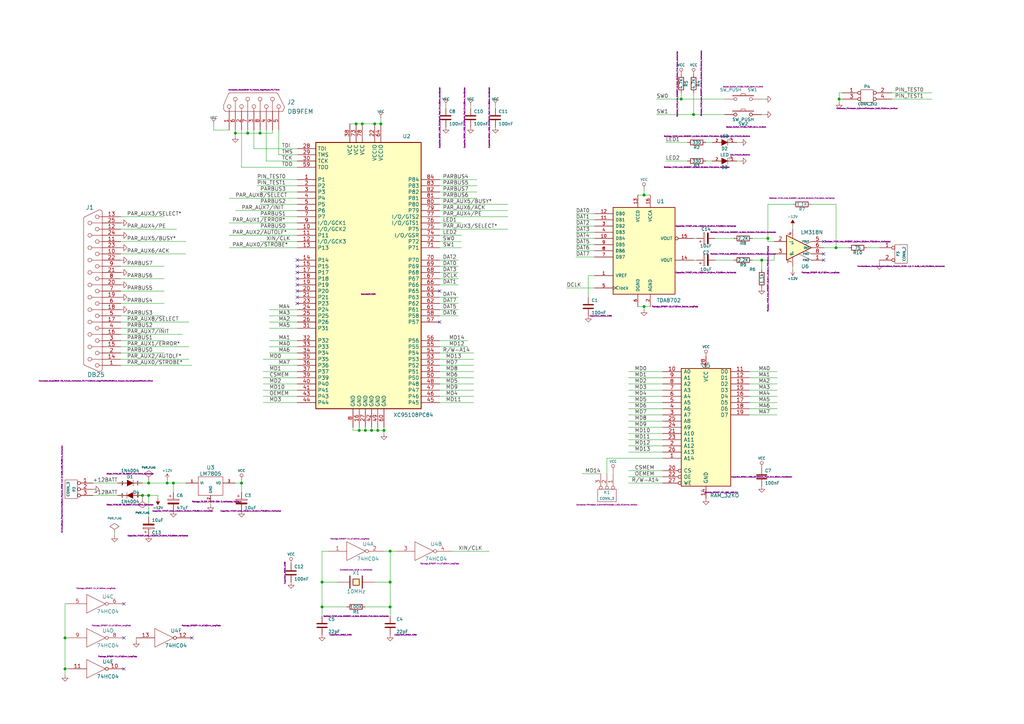
<source format=kicad_sch>
(kicad_sch (version 20210406) (generator eeschema)
  (paper "A3")
  (title_block (title "XC95108PC84 EXPERIMENTATION BOARD") (date "Sun 22 Mar 2015"))
  (junction (at 26.67 261.62) (diameter 1.016))
  (junction (at 26.67 274.32) (diameter 1.016))
  (junction (at 58.42 203.2) (diameter 1.016))
  (junction (at 60.96 198.12) (diameter 1.016))
  (junction (at 60.96 203.2) (diameter 1.016))
  (junction (at 68.58 198.12) (diameter 1.016))
  (junction (at 71.12 198.12) (diameter 1.016))
  (junction (at 96.52 54.61) (diameter 1.016))
  (junction (at 99.06 198.12) (diameter 1.016))
  (junction (at 101.6 54.61) (diameter 1.016))
  (junction (at 106.68 54.61) (diameter 1.016))
  (junction (at 132.08 238.76) (diameter 1.016))
  (junction (at 132.08 248.92) (diameter 1.016))
  (junction (at 146.05 50.8) (diameter 1.016))
  (junction (at 147.32 176.53) (diameter 1.016))
  (junction (at 148.59 50.8) (diameter 1.016))
  (junction (at 149.86 176.53) (diameter 1.016))
  (junction (at 152.4 176.53) (diameter 1.016))
  (junction (at 153.67 50.8) (diameter 1.016))
  (junction (at 154.94 176.53) (diameter 1.016))
  (junction (at 156.21 50.8) (diameter 1.016))
  (junction (at 157.48 176.53) (diameter 1.016))
  (junction (at 160.02 226.06) (diameter 1.016))
  (junction (at 160.02 238.76) (diameter 1.016))
  (junction (at 160.02 248.92) (diameter 1.016))
  (junction (at 264.16 80.01) (diameter 1.016))
  (junction (at 264.16 125.73) (diameter 1.016))
  (junction (at 279.4 40.64) (diameter 1.016))
  (junction (at 284.48 46.99) (diameter 1.016))
  (junction (at 312.42 106.68) (diameter 1.016))
  (junction (at 314.96 97.79) (diameter 1.016))
  (junction (at 342.9 101.6) (diameter 1.016))
  (junction (at 344.17 40.64) (diameter 1.016))
  (no_connect (at 50.8 247.65))
  (no_connect (at 50.8 261.62))
  (no_connect (at 50.8 274.32))
  (no_connect (at 78.74 261.62))
  (no_connect (at 121.92 106.68))
  (no_connect (at 121.92 109.22))
  (no_connect (at 121.92 111.76))
  (no_connect (at 121.92 114.3))
  (no_connect (at 121.92 116.84))
  (no_connect (at 121.92 119.38))
  (no_connect (at 121.92 121.92))
  (no_connect (at 121.92 124.46))
  (no_connect (at 180.34 119.38))
  (no_connect (at 180.34 132.08))
  (no_connect (at 337.82 99.06))
  (no_connect (at 337.82 104.14))
  (no_connect (at 337.82 106.68))
  (wire (pts (xy 26.67 247.65) (xy 26.67 261.62)))
  (wire (pts (xy 26.67 247.65) (xy 27.94 247.65)))
  (wire (pts (xy 26.67 261.62) (xy 26.67 274.32)))
  (wire (pts (xy 26.67 274.32) (xy 26.67 276.86)))
  (wire (pts (xy 26.67 274.32) (xy 27.94 274.32)))
  (wire (pts (xy 27.94 261.62) (xy 26.67 261.62)))
  (wire (pts (xy 38.1 198.12) (xy 48.26 198.12)))
  (wire (pts (xy 46.99 219.71) (xy 46.99 218.44)))
  (wire (pts (xy 48.26 203.2) (xy 38.1 203.2)))
  (wire (pts (xy 49.53 93.98) (xy 72.39 93.98)))
  (wire (pts (xy 49.53 99.06) (xy 76.2 99.06)))
  (wire (pts (xy 49.53 104.14) (xy 76.2 104.14)))
  (wire (pts (xy 49.53 132.08) (xy 77.47 132.08)))
  (wire (pts (xy 49.53 137.16) (xy 74.93 137.16)))
  (wire (pts (xy 49.53 142.24) (xy 77.47 142.24)))
  (wire (pts (xy 49.53 147.32) (xy 77.47 147.32)))
  (wire (pts (xy 49.53 149.86) (xy 78.74 149.86)))
  (wire (pts (xy 55.88 262.89) (xy 55.88 261.62)))
  (wire (pts (xy 58.42 198.12) (xy 60.96 198.12)))
  (wire (pts (xy 58.42 203.2) (xy 60.96 203.2)))
  (wire (pts (xy 58.42 204.47) (xy 58.42 203.2)))
  (wire (pts (xy 60.96 196.85) (xy 60.96 198.12)))
  (wire (pts (xy 60.96 198.12) (xy 68.58 198.12)))
  (wire (pts (xy 60.96 203.2) (xy 60.96 212.09)))
  (wire (pts (xy 60.96 203.2) (xy 64.77 203.2)))
  (wire (pts (xy 64.77 203.2) (xy 64.77 204.47)))
  (wire (pts (xy 67.31 88.9) (xy 49.53 88.9)))
  (wire (pts (xy 67.31 109.22) (xy 49.53 109.22)))
  (wire (pts (xy 67.31 114.3) (xy 49.53 114.3)))
  (wire (pts (xy 67.31 119.38) (xy 49.53 119.38)))
  (wire (pts (xy 67.31 124.46) (xy 49.53 124.46)))
  (wire (pts (xy 67.31 129.54) (xy 49.53 129.54)))
  (wire (pts (xy 67.31 134.62) (xy 49.53 134.62)))
  (wire (pts (xy 67.31 139.7) (xy 49.53 139.7)))
  (wire (pts (xy 67.31 144.78) (xy 49.53 144.78)))
  (wire (pts (xy 68.58 196.85) (xy 68.58 198.12)))
  (wire (pts (xy 68.58 198.12) (xy 71.12 198.12)))
  (wire (pts (xy 71.12 198.12) (xy 71.12 201.93)))
  (wire (pts (xy 71.12 198.12) (xy 76.2 198.12)))
  (wire (pts (xy 86.36 207.01) (xy 86.36 205.74)))
  (wire (pts (xy 87.63 53.34) (xy 87.63 50.8)))
  (wire (pts (xy 87.63 53.34) (xy 93.98 53.34)))
  (wire (pts (xy 93.98 81.28) (xy 121.92 81.28)))
  (wire (pts (xy 93.98 101.6) (xy 121.92 101.6)))
  (wire (pts (xy 96.52 53.34) (xy 96.52 54.61)))
  (wire (pts (xy 96.52 54.61) (xy 96.52 55.88)))
  (wire (pts (xy 96.52 54.61) (xy 101.6 54.61)))
  (wire (pts (xy 96.52 86.36) (xy 121.92 86.36)))
  (wire (pts (xy 99.06 53.34) (xy 99.06 68.58)))
  (wire (pts (xy 99.06 68.58) (xy 121.92 68.58)))
  (wire (pts (xy 99.06 196.85) (xy 99.06 198.12)))
  (wire (pts (xy 99.06 198.12) (xy 96.52 198.12)))
  (wire (pts (xy 99.06 198.12) (xy 99.06 201.93)))
  (wire (pts (xy 101.6 53.34) (xy 101.6 54.61)))
  (wire (pts (xy 101.6 54.61) (xy 106.68 54.61)))
  (wire (pts (xy 104.14 60.96) (xy 104.14 53.34)))
  (wire (pts (xy 105.41 73.66) (xy 121.92 73.66)))
  (wire (pts (xy 105.41 76.2) (xy 121.92 76.2)))
  (wire (pts (xy 106.68 54.61) (xy 106.68 53.34)))
  (wire (pts (xy 106.68 54.61) (xy 111.76 54.61)))
  (wire (pts (xy 106.68 99.06) (xy 121.92 99.06)))
  (wire (pts (xy 109.22 66.04) (xy 109.22 53.34)))
  (wire (pts (xy 110.49 127) (xy 121.92 127)))
  (wire (pts (xy 110.49 129.54) (xy 121.92 129.54)))
  (wire (pts (xy 110.49 132.08) (xy 121.92 132.08)))
  (wire (pts (xy 110.49 134.62) (xy 121.92 134.62)))
  (wire (pts (xy 110.49 139.7) (xy 121.92 139.7)))
  (wire (pts (xy 110.49 142.24) (xy 121.92 142.24)))
  (wire (pts (xy 110.49 144.78) (xy 121.92 144.78)))
  (wire (pts (xy 110.49 149.86) (xy 121.92 149.86)))
  (wire (pts (xy 111.76 54.61) (xy 111.76 53.34)))
  (wire (pts (xy 114.3 63.5) (xy 114.3 53.34)))
  (wire (pts (xy 121.92 60.96) (xy 104.14 60.96)))
  (wire (pts (xy 121.92 63.5) (xy 114.3 63.5)))
  (wire (pts (xy 121.92 66.04) (xy 109.22 66.04)))
  (wire (pts (xy 121.92 78.74) (xy 106.68 78.74)))
  (wire (pts (xy 121.92 83.82) (xy 106.68 83.82)))
  (wire (pts (xy 121.92 88.9) (xy 106.68 88.9)))
  (wire (pts (xy 121.92 91.44) (xy 93.98 91.44)))
  (wire (pts (xy 121.92 93.98) (xy 106.68 93.98)))
  (wire (pts (xy 121.92 96.52) (xy 93.98 96.52)))
  (wire (pts (xy 121.92 147.32) (xy 107.95 147.32)))
  (wire (pts (xy 121.92 152.4) (xy 107.95 152.4)))
  (wire (pts (xy 121.92 154.94) (xy 107.95 154.94)))
  (wire (pts (xy 121.92 157.48) (xy 107.95 157.48)))
  (wire (pts (xy 121.92 160.02) (xy 107.95 160.02)))
  (wire (pts (xy 121.92 162.56) (xy 107.95 162.56)))
  (wire (pts (xy 121.92 165.1) (xy 107.95 165.1)))
  (wire (pts (xy 132.08 226.06) (xy 132.08 238.76)))
  (wire (pts (xy 132.08 226.06) (xy 134.62 226.06)))
  (wire (pts (xy 132.08 238.76) (xy 132.08 248.92)))
  (wire (pts (xy 132.08 238.76) (xy 138.43 238.76)))
  (wire (pts (xy 132.08 248.92) (xy 132.08 252.73)))
  (wire (pts (xy 142.24 248.92) (xy 132.08 248.92)))
  (wire (pts (xy 143.51 50.8) (xy 146.05 50.8)))
  (wire (pts (xy 144.78 175.26) (xy 144.78 176.53)))
  (wire (pts (xy 144.78 176.53) (xy 147.32 176.53)))
  (wire (pts (xy 146.05 50.8) (xy 148.59 50.8)))
  (wire (pts (xy 147.32 175.26) (xy 147.32 176.53)))
  (wire (pts (xy 147.32 176.53) (xy 149.86 176.53)))
  (wire (pts (xy 148.59 50.8) (xy 153.67 50.8)))
  (wire (pts (xy 149.86 175.26) (xy 149.86 176.53)))
  (wire (pts (xy 149.86 176.53) (xy 152.4 176.53)))
  (wire (pts (xy 152.4 175.26) (xy 152.4 176.53)))
  (wire (pts (xy 152.4 176.53) (xy 154.94 176.53)))
  (wire (pts (xy 153.67 50.8) (xy 156.21 50.8)))
  (wire (pts (xy 153.67 238.76) (xy 160.02 238.76)))
  (wire (pts (xy 154.94 175.26) (xy 154.94 176.53)))
  (wire (pts (xy 154.94 176.53) (xy 157.48 176.53)))
  (wire (pts (xy 156.21 50.8) (xy 156.21 48.26)))
  (wire (pts (xy 157.48 175.26) (xy 157.48 176.53)))
  (wire (pts (xy 157.48 176.53) (xy 157.48 177.8)))
  (wire (pts (xy 157.48 226.06) (xy 160.02 226.06)))
  (wire (pts (xy 160.02 226.06) (xy 160.02 238.76)))
  (wire (pts (xy 160.02 226.06) (xy 162.56 226.06)))
  (wire (pts (xy 160.02 238.76) (xy 160.02 248.92)))
  (wire (pts (xy 160.02 248.92) (xy 149.86 248.92)))
  (wire (pts (xy 160.02 248.92) (xy 160.02 252.73)))
  (wire (pts (xy 180.34 83.82) (xy 208.28 83.82)))
  (wire (pts (xy 180.34 86.36) (xy 208.28 86.36)))
  (wire (pts (xy 180.34 88.9) (xy 208.28 88.9)))
  (wire (pts (xy 180.34 93.98) (xy 208.28 93.98)))
  (wire (pts (xy 182.88 44.45) (xy 182.88 43.18)))
  (wire (pts (xy 185.42 226.06) (xy 200.66 226.06)))
  (wire (pts (xy 187.96 106.68) (xy 180.34 106.68)))
  (wire (pts (xy 187.96 109.22) (xy 180.34 109.22)))
  (wire (pts (xy 187.96 111.76) (xy 180.34 111.76)))
  (wire (pts (xy 187.96 114.3) (xy 180.34 114.3)))
  (wire (pts (xy 187.96 116.84) (xy 180.34 116.84)))
  (wire (pts (xy 187.96 121.92) (xy 180.34 121.92)))
  (wire (pts (xy 187.96 124.46) (xy 180.34 124.46)))
  (wire (pts (xy 187.96 127) (xy 180.34 127)))
  (wire (pts (xy 187.96 129.54) (xy 180.34 129.54)))
  (wire (pts (xy 189.23 91.44) (xy 180.34 91.44)))
  (wire (pts (xy 189.23 96.52) (xy 180.34 96.52)))
  (wire (pts (xy 189.23 99.06) (xy 180.34 99.06)))
  (wire (pts (xy 189.23 101.6) (xy 180.34 101.6)))
  (wire (pts (xy 191.77 139.7) (xy 180.34 139.7)))
  (wire (pts (xy 191.77 142.24) (xy 180.34 142.24)))
  (wire (pts (xy 193.04 43.18) (xy 193.04 44.45)))
  (wire (pts (xy 194.31 144.78) (xy 180.34 144.78)))
  (wire (pts (xy 194.31 147.32) (xy 180.34 147.32)))
  (wire (pts (xy 194.31 149.86) (xy 180.34 149.86)))
  (wire (pts (xy 194.31 152.4) (xy 180.34 152.4)))
  (wire (pts (xy 194.31 154.94) (xy 180.34 154.94)))
  (wire (pts (xy 194.31 157.48) (xy 180.34 157.48)))
  (wire (pts (xy 194.31 160.02) (xy 180.34 160.02)))
  (wire (pts (xy 194.31 162.56) (xy 180.34 162.56)))
  (wire (pts (xy 194.31 165.1) (xy 180.34 165.1)))
  (wire (pts (xy 195.58 73.66) (xy 180.34 73.66)))
  (wire (pts (xy 195.58 76.2) (xy 180.34 76.2)))
  (wire (pts (xy 195.58 78.74) (xy 180.34 78.74)))
  (wire (pts (xy 195.58 81.28) (xy 180.34 81.28)))
  (wire (pts (xy 203.2 43.18) (xy 203.2 44.45)))
  (wire (pts (xy 241.3 113.03) (xy 241.3 121.92)))
  (wire (pts (xy 243.84 87.63) (xy 236.22 87.63)))
  (wire (pts (xy 243.84 90.17) (xy 236.22 90.17)))
  (wire (pts (xy 243.84 92.71) (xy 236.22 92.71)))
  (wire (pts (xy 243.84 95.25) (xy 236.22 95.25)))
  (wire (pts (xy 243.84 97.79) (xy 236.22 97.79)))
  (wire (pts (xy 243.84 100.33) (xy 236.22 100.33)))
  (wire (pts (xy 243.84 102.87) (xy 236.22 102.87)))
  (wire (pts (xy 243.84 105.41) (xy 236.22 105.41)))
  (wire (pts (xy 243.84 113.03) (xy 241.3 113.03)))
  (wire (pts (xy 243.84 118.11) (xy 232.41 118.11)))
  (wire (pts (xy 246.38 194.31) (xy 238.76 194.31)))
  (wire (pts (xy 248.92 187.96) (xy 248.92 194.31)))
  (wire (pts (xy 251.46 193.04) (xy 251.46 194.31)))
  (wire (pts (xy 261.62 80.01) (xy 264.16 80.01)))
  (wire (pts (xy 261.62 125.73) (xy 264.16 125.73)))
  (wire (pts (xy 264.16 80.01) (xy 264.16 77.47)))
  (wire (pts (xy 264.16 80.01) (xy 266.7 80.01)))
  (wire (pts (xy 264.16 125.73) (xy 266.7 125.73)))
  (wire (pts (xy 264.16 127) (xy 264.16 125.73)))
  (wire (pts (xy 269.24 40.64) (xy 279.4 40.64)))
  (wire (pts (xy 269.24 46.99) (xy 284.48 46.99)))
  (wire (pts (xy 271.78 152.4) (xy 257.81 152.4)))
  (wire (pts (xy 271.78 154.94) (xy 257.81 154.94)))
  (wire (pts (xy 271.78 157.48) (xy 257.81 157.48)))
  (wire (pts (xy 271.78 160.02) (xy 257.81 160.02)))
  (wire (pts (xy 271.78 162.56) (xy 257.81 162.56)))
  (wire (pts (xy 271.78 165.1) (xy 257.81 165.1)))
  (wire (pts (xy 271.78 167.64) (xy 257.81 167.64)))
  (wire (pts (xy 271.78 170.18) (xy 257.81 170.18)))
  (wire (pts (xy 271.78 172.72) (xy 257.81 172.72)))
  (wire (pts (xy 271.78 175.26) (xy 257.81 175.26)))
  (wire (pts (xy 271.78 177.8) (xy 257.81 177.8)))
  (wire (pts (xy 271.78 180.34) (xy 257.81 180.34)))
  (wire (pts (xy 271.78 182.88) (xy 257.81 182.88)))
  (wire (pts (xy 271.78 185.42) (xy 257.81 185.42)))
  (wire (pts (xy 271.78 187.96) (xy 248.92 187.96)))
  (wire (pts (xy 271.78 193.04) (xy 257.81 193.04)))
  (wire (pts (xy 271.78 195.58) (xy 257.81 195.58)))
  (wire (pts (xy 271.78 198.12) (xy 257.81 198.12)))
  (wire (pts (xy 279.4 38.1) (xy 279.4 40.64)))
  (wire (pts (xy 279.4 40.64) (xy 297.18 40.64)))
  (wire (pts (xy 281.94 58.42) (xy 273.05 58.42)))
  (wire (pts (xy 281.94 66.04) (xy 273.05 66.04)))
  (wire (pts (xy 284.48 46.99) (xy 284.48 38.1)))
  (wire (pts (xy 284.48 46.99) (xy 297.18 46.99)))
  (wire (pts (xy 285.75 97.79) (xy 284.48 97.79)))
  (wire (pts (xy 285.75 106.68) (xy 284.48 106.68)))
  (wire (pts (xy 292.1 58.42) (xy 289.56 58.42)))
  (wire (pts (xy 292.1 66.04) (xy 289.56 66.04)))
  (wire (pts (xy 293.37 97.79) (xy 300.99 97.79)))
  (wire (pts (xy 300.99 106.68) (xy 293.37 106.68)))
  (wire (pts (xy 302.26 58.42) (xy 303.53 58.42)))
  (wire (pts (xy 303.53 66.04) (xy 302.26 66.04)))
  (wire (pts (xy 307.34 152.4) (xy 318.77 152.4)))
  (wire (pts (xy 307.34 154.94) (xy 318.77 154.94)))
  (wire (pts (xy 307.34 157.48) (xy 318.77 157.48)))
  (wire (pts (xy 307.34 160.02) (xy 318.77 160.02)))
  (wire (pts (xy 307.34 162.56) (xy 318.77 162.56)))
  (wire (pts (xy 307.34 165.1) (xy 318.77 165.1)))
  (wire (pts (xy 307.34 167.64) (xy 318.77 167.64)))
  (wire (pts (xy 307.34 170.18) (xy 318.77 170.18)))
  (wire (pts (xy 308.61 97.79) (xy 314.96 97.79)))
  (wire (pts (xy 308.61 106.68) (xy 312.42 106.68)))
  (wire (pts (xy 312.42 46.99) (xy 313.69 46.99)))
  (wire (pts (xy 312.42 106.68) (xy 312.42 110.49)))
  (wire (pts (xy 312.42 106.68) (xy 317.5 106.68)))
  (wire (pts (xy 313.69 40.64) (xy 312.42 40.64)))
  (wire (pts (xy 314.96 83.82) (xy 314.96 97.79)))
  (wire (pts (xy 314.96 83.82) (xy 325.12 83.82)))
  (wire (pts (xy 314.96 97.79) (xy 314.96 99.06)))
  (wire (pts (xy 317.5 99.06) (xy 314.96 99.06)))
  (wire (pts (xy 317.5 106.68) (xy 317.5 104.14)))
  (wire (pts (xy 325.12 92.71) (xy 325.12 93.98)))
  (wire (pts (xy 325.12 110.49) (xy 325.12 109.22)))
  (wire (pts (xy 332.74 83.82) (xy 342.9 83.82)))
  (wire (pts (xy 337.82 101.6) (xy 342.9 101.6)))
  (wire (pts (xy 342.9 83.82) (xy 342.9 101.6)))
  (wire (pts (xy 342.9 101.6) (xy 347.98 101.6)))
  (wire (pts (xy 344.17 38.1) (xy 344.17 40.64)))
  (wire (pts (xy 344.17 38.1) (xy 345.44 38.1)))
  (wire (pts (xy 344.17 40.64) (xy 344.17 41.91)))
  (wire (pts (xy 345.44 40.64) (xy 344.17 40.64)))
  (wire (pts (xy 355.6 101.6) (xy 360.68 101.6)))
  (wire (pts (xy 360.68 107.95) (xy 360.68 106.68)))
  (wire (pts (xy 365.76 38.1) (xy 382.27 38.1)))
  (wire (pts (xy 365.76 40.64) (xy 382.27 40.64)))
  (label "+12BATT" (at 38.1 198.12 0) (effects (font (size 1.524 1.524))))
  (label "-12BATT" (at 38.1 203.2 0) (effects (font (size 1.524 1.524))))
  (label "PAR_AUX3/SELECT*" (at 52.07 88.9 0) (effects (font (size 1.524 1.524))))
  (label "PAR_AUX4/PE" (at 52.07 93.98 0) (effects (font (size 1.524 1.524))))
  (label "PAR_AUX5/BUSY*" (at 52.07 99.06 0) (effects (font (size 1.524 1.524))))
  (label "PAR_AUX6/ACK" (at 52.07 104.14 0) (effects (font (size 1.524 1.524))))
  (label "PARBUS7" (at 52.07 109.22 0) (effects (font (size 1.524 1.524))))
  (label "PARBUS6" (at 52.07 114.3 0) (effects (font (size 1.524 1.524))))
  (label "PARBUS5" (at 52.07 119.38 0) (effects (font (size 1.524 1.524))))
  (label "PARBUS4" (at 52.07 124.46 0) (effects (font (size 1.524 1.524))))
  (label "PARBUS3" (at 52.07 129.54 0) (effects (font (size 1.524 1.524))))
  (label "PAR_AUX8/SELECT" (at 52.07 132.08 0) (effects (font (size 1.524 1.524))))
  (label "PARBUS2" (at 52.07 134.62 0) (effects (font (size 1.524 1.524))))
  (label "PAR_AUX7/INIT" (at 52.07 137.16 0) (effects (font (size 1.524 1.524))))
  (label "PARBUS1" (at 52.07 139.7 0) (effects (font (size 1.524 1.524))))
  (label "PAR_AUX1/ERROR*" (at 52.07 142.24 0) (effects (font (size 1.524 1.524))))
  (label "PARBUS0" (at 52.07 144.78 0) (effects (font (size 1.524 1.524))))
  (label "PAR_AUX2/AUTOLF*" (at 52.07 147.32 0) (effects (font (size 1.524 1.524))))
  (label "PAR_AUX0/STROBE*" (at 52.07 149.86 0) (effects (font (size 1.524 1.524))))
  (label "PAR_AUX1/ERROR*" (at 95.25 91.44 0) (effects (font (size 1.524 1.524))))
  (label "PAR_AUX2/AUTOLF*" (at 95.25 96.52 0) (effects (font (size 1.524 1.524))))
  (label "PAR_AUX0/STROBE*" (at 95.25 101.6 0) (effects (font (size 1.524 1.524))))
  (label "PAR_AUX8/SELECT" (at 96.52 81.28 0) (effects (font (size 1.524 1.524))))
  (label "PAR_AUX7/INIT" (at 99.06 86.36 0) (effects (font (size 1.524 1.524))))
  (label "PIN_TEST0" (at 105.41 73.66 0) (effects (font (size 1.524 1.524))))
  (label "PIN_TEST1" (at 105.41 76.2 0) (effects (font (size 1.524 1.524))))
  (label "PARBUS3" (at 106.68 78.74 0) (effects (font (size 1.524 1.524))))
  (label "PARBUS2" (at 106.68 83.82 0) (effects (font (size 1.524 1.524))))
  (label "PARBUS1" (at 106.68 88.9 0) (effects (font (size 1.524 1.524))))
  (label "PARBUS0" (at 106.68 93.98 0) (effects (font (size 1.524 1.524))))
  (label "XIN/CLK" (at 109.22 99.06 0) (effects (font (size 1.524 1.524))))
  (label "MD0" (at 110.49 147.32 0) (effects (font (size 1.524 1.524))))
  (label "MD1" (at 110.49 152.4 0) (effects (font (size 1.524 1.524))))
  (label "CSMEM" (at 110.49 154.94 0) (effects (font (size 1.524 1.524))))
  (label "MD2" (at 110.49 157.48 0) (effects (font (size 1.524 1.524))))
  (label "MD10" (at 110.49 160.02 0) (effects (font (size 1.524 1.524))))
  (label "OEMEM" (at 110.49 162.56 0) (effects (font (size 1.524 1.524))))
  (label "MD3" (at 110.49 165.1 0) (effects (font (size 1.524 1.524))))
  (label "MA4" (at 114.3 127 0) (effects (font (size 1.524 1.524))))
  (label "MA3" (at 114.3 129.54 0) (effects (font (size 1.524 1.524))))
  (label "MA2" (at 114.3 132.08 0) (effects (font (size 1.524 1.524))))
  (label "MA5" (at 114.3 134.62 0) (effects (font (size 1.524 1.524))))
  (label "MA1" (at 114.3 139.7 0) (effects (font (size 1.524 1.524))))
  (label "MA0" (at 114.3 142.24 0) (effects (font (size 1.524 1.524))))
  (label "MA6" (at 114.3 144.78 0) (effects (font (size 1.524 1.524))))
  (label "MA7" (at 114.3 149.86 0) (effects (font (size 1.524 1.524))))
  (label "TDI" (at 115.57 60.96 0) (effects (font (size 1.524 1.524))))
  (label "TMS" (at 115.57 63.5 0) (effects (font (size 1.524 1.524))))
  (label "TCK" (at 115.57 66.04 0) (effects (font (size 1.524 1.524))))
  (label "TDO" (at 115.57 68.58 0) (effects (font (size 1.524 1.524))))
  (label "PARBUS4" (at 181.61 73.66 0) (effects (font (size 1.524 1.524))))
  (label "PARBUS5" (at 181.61 76.2 0) (effects (font (size 1.524 1.524))))
  (label "PARBUS7" (at 181.61 78.74 0) (effects (font (size 1.524 1.524))))
  (label "PARBUS6" (at 181.61 81.28 0) (effects (font (size 1.524 1.524))))
  (label "PAR_AUX5/BUSY*" (at 181.61 83.82 0) (effects (font (size 1.524 1.524))))
  (label "PAR_AUX6/ACK" (at 181.61 86.36 0) (effects (font (size 1.524 1.524))))
  (label "PAR_AUX4/PE" (at 181.61 88.9 0) (effects (font (size 1.524 1.524))))
  (label "LED1" (at 181.61 91.44 0) (effects (font (size 1.524 1.524))))
  (label "PAR_AUX3/SELECT*" (at 181.61 93.98 0) (effects (font (size 1.524 1.524))))
  (label "LED2" (at 181.61 96.52 0) (effects (font (size 1.524 1.524))))
  (label "SW0" (at 181.61 99.06 0) (effects (font (size 1.524 1.524))))
  (label "SW1" (at 181.61 101.6 0) (effects (font (size 1.524 1.524))))
  (label "DAT2" (at 181.61 106.68 0) (effects (font (size 1.524 1.524))))
  (label "DAT0" (at 181.61 109.22 0) (effects (font (size 1.524 1.524))))
  (label "DAT3" (at 181.61 111.76 0) (effects (font (size 1.524 1.524))))
  (label "DCLK" (at 181.61 114.3 0) (effects (font (size 1.524 1.524))))
  (label "DAT1" (at 181.61 116.84 0) (effects (font (size 1.524 1.524))))
  (label "DAT4" (at 181.61 121.92 0) (effects (font (size 1.524 1.524))))
  (label "DAT7" (at 181.61 124.46 0) (effects (font (size 1.524 1.524))))
  (label "DAT5" (at 181.61 127 0) (effects (font (size 1.524 1.524))))
  (label "DAT6" (at 181.61 129.54 0) (effects (font (size 1.524 1.524))))
  (label "R/W-A14" (at 181.61 144.78 0) (effects (font (size 1.524 1.524))))
  (label "MD13" (at 182.88 147.32 0) (effects (font (size 1.524 1.524))))
  (label "MD7" (at 182.88 149.86 0) (effects (font (size 1.524 1.524))))
  (label "MD8" (at 182.88 152.4 0) (effects (font (size 1.524 1.524))))
  (label "MD6" (at 182.88 154.94 0) (effects (font (size 1.524 1.524))))
  (label "MD5" (at 182.88 157.48 0) (effects (font (size 1.524 1.524))))
  (label "MD9" (at 182.88 160.02 0) (effects (font (size 1.524 1.524))))
  (label "MD4" (at 182.88 162.56 0) (effects (font (size 1.524 1.524))))
  (label "MD11" (at 182.88 165.1 0) (effects (font (size 1.524 1.524))))
  (label "MD14" (at 184.15 139.7 0) (effects (font (size 1.524 1.524))))
  (label "MD12" (at 184.15 142.24 0) (effects (font (size 1.524 1.524))))
  (label "XIN/CLK" (at 187.96 226.06 0) (effects (font (size 1.524 1.524))))
  (label "DCLK" (at 232.41 118.11 0) (effects (font (size 1.524 1.524))))
  (label "DAT0" (at 236.22 87.63 0) (effects (font (size 1.524 1.524))))
  (label "DAT1" (at 236.22 90.17 0) (effects (font (size 1.524 1.524))))
  (label "DAT2" (at 236.22 92.71 0) (effects (font (size 1.524 1.524))))
  (label "DAT3" (at 236.22 95.25 0) (effects (font (size 1.524 1.524))))
  (label "DAT4" (at 236.22 97.79 0) (effects (font (size 1.524 1.524))))
  (label "DAT5" (at 236.22 100.33 0) (effects (font (size 1.524 1.524))))
  (label "DAT6" (at 236.22 102.87 0) (effects (font (size 1.524 1.524))))
  (label "DAT7" (at 236.22 105.41 0) (effects (font (size 1.524 1.524))))
  (label "MD14" (at 240.03 194.31 0) (effects (font (size 1.524 1.524))))
  (label "R/W-A14" (at 259.08 198.12 0) (effects (font (size 1.524 1.524))))
  (label "MD0" (at 260.35 152.4 0) (effects (font (size 1.524 1.524))))
  (label "MD1" (at 260.35 154.94 0) (effects (font (size 1.524 1.524))))
  (label "MD2" (at 260.35 157.48 0) (effects (font (size 1.524 1.524))))
  (label "MD3" (at 260.35 160.02 0) (effects (font (size 1.524 1.524))))
  (label "MD4" (at 260.35 162.56 0) (effects (font (size 1.524 1.524))))
  (label "MD5" (at 260.35 165.1 0) (effects (font (size 1.524 1.524))))
  (label "MD6" (at 260.35 167.64 0) (effects (font (size 1.524 1.524))))
  (label "MD7" (at 260.35 170.18 0) (effects (font (size 1.524 1.524))))
  (label "MD8" (at 260.35 172.72 0) (effects (font (size 1.524 1.524))))
  (label "MD9" (at 260.35 175.26 0) (effects (font (size 1.524 1.524))))
  (label "MD10" (at 260.35 177.8 0) (effects (font (size 1.524 1.524))))
  (label "MD11" (at 260.35 180.34 0) (effects (font (size 1.524 1.524))))
  (label "MD12" (at 260.35 182.88 0) (effects (font (size 1.524 1.524))))
  (label "MD13" (at 260.35 185.42 0) (effects (font (size 1.524 1.524))))
  (label "CSMEM" (at 260.35 193.04 0) (effects (font (size 1.524 1.524))))
  (label "OEMEM" (at 260.35 195.58 0) (effects (font (size 1.524 1.524))))
  (label "SW0" (at 269.24 40.64 0) (effects (font (size 1.524 1.524))))
  (label "SW1" (at 269.24 46.99 0) (effects (font (size 1.524 1.524))))
  (label "LED1" (at 273.05 58.42 0) (effects (font (size 1.524 1.524))))
  (label "LED2" (at 273.05 66.04 0) (effects (font (size 1.524 1.524))))
  (label "MA0" (at 311.15 152.4 0) (effects (font (size 1.524 1.524))))
  (label "MA1" (at 311.15 154.94 0) (effects (font (size 1.524 1.524))))
  (label "MA2" (at 311.15 157.48 0) (effects (font (size 1.524 1.524))))
  (label "MA3" (at 311.15 160.02 0) (effects (font (size 1.524 1.524))))
  (label "MA4" (at 311.15 162.56 0) (effects (font (size 1.524 1.524))))
  (label "MA5" (at 311.15 165.1 0) (effects (font (size 1.524 1.524))))
  (label "MA6" (at 311.15 167.64 0) (effects (font (size 1.524 1.524))))
  (label "MA7" (at 311.15 170.18 0) (effects (font (size 1.524 1.524))))
  (label "PIN_TEST0" (at 367.03 38.1 0) (effects (font (size 1.524 1.524))))
  (label "PIN_TEST1" (at 367.03 40.64 0) (effects (font (size 1.524 1.524))))
  (symbol (lib_id "carte_test_schlib:VCC") (at 87.63 50.8 0) (unit 1)
    (property "Reference" "#PWR041" (effects hide))
    (property "Value" "VCC" (at 87.63 48.26 0) (effects (font (size 1.016 1.016))))
  )
  (symbol (lib_id "carte_test_schlib:VCC") (at 99.06 196.85 0) (unit 1)
    (property "Reference" "#PWR037" (effects hide))
    (property "Value" "VCC" (at 99.06 193.04 0) (effects (font (size 1.016 1.016))))
  )
  (symbol (lib_id "carte_test_schlib:VCC") (at 119.38 231.14 0) (unit 1)
    (property "Reference" "#PWR022" (effects hide))
    (property "Value" "VCC" (at 119.38 227.33 0) (effects (font (size 1.016 1.016))))
  )
  (symbol (lib_id "carte_test_schlib:VCC") (at 156.21 48.26 0) (unit 1)
    (property "Reference" "#PWR047" (effects hide))
    (property "Value" "VCC" (at 156.21 45.72 0) (effects (font (size 1.016 1.016))))
  )
  (symbol (lib_id "carte_test_schlib:VCC") (at 182.88 43.18 0) (unit 1)
    (property "Reference" "#PWR027" (effects hide))
    (property "Value" "VCC" (at 182.88 40.64 0) (effects (font (size 1.016 1.016))))
  )
  (symbol (lib_id "carte_test_schlib:VCC") (at 193.04 43.18 0) (unit 1)
    (property "Reference" "#PWR026" (effects hide))
    (property "Value" "VCC" (at 193.04 40.64 0) (effects (font (size 1.016 1.016))))
  )
  (symbol (lib_id "carte_test_schlib:VCC") (at 203.2 43.18 0) (unit 1)
    (property "Reference" "#PWR025" (effects hide))
    (property "Value" "VCC" (at 203.2 40.64 0) (effects (font (size 1.016 1.016))))
  )
  (symbol (lib_id "carte_test_schlib:VCC") (at 251.46 193.04 0) (unit 1)
    (property "Reference" "#PWR029" (effects hide))
    (property "Value" "VCC" (at 251.46 189.23 0) (effects (font (size 1.016 1.016))))
  )
  (symbol (lib_id "carte_test_schlib:VCC") (at 264.16 77.47 0) (unit 1)
    (property "Reference" "#PWR046" (effects hide))
    (property "Value" "VCC" (at 264.16 73.66 0) (effects (font (size 1.016 1.016))))
  )
  (symbol (lib_id "carte_test_schlib:VCC") (at 279.4 30.48 0) (unit 1)
    (property "Reference" "#PWR015" (effects hide))
    (property "Value" "VCC" (at 279.4 26.67 0) (effects (font (size 1.016 1.016))))
  )
  (symbol (lib_id "carte_test_schlib:VCC") (at 284.48 30.48 0) (unit 1)
    (property "Reference" "#PWR014" (effects hide))
    (property "Value" "VCC" (at 284.48 26.67 0) (effects (font (size 1.016 1.016))))
  )
  (symbol (lib_id "carte_test_schlib:VCC") (at 289.56 146.05 0) (unit 1)
    (property "Reference" "#PWR02" (effects hide))
    (property "Value" "VCC" (at 289.56 142.24 0) (effects (font (size 1.016 1.016))))
  )
  (symbol (lib_id "carte_test_schlib:VCC") (at 312.42 191.77 0) (unit 1)
    (property "Reference" "#PWR024" (effects hide))
    (property "Value" "VCC" (at 312.42 187.96 0) (effects (font (size 1.016 1.016))))
  )
  (symbol (lib_id "carte_test_schlib:-12V") (at 64.77 204.47 0) (mirror x) (unit 1)
    (property "Reference" "#PWR139" (effects hide))
    (property "Value" "-12V" (at 64.77 208.28 0) (effects (font (size 1.016 1.016))))
  )
  (symbol (lib_id "carte_test_schlib:+12V") (at 68.58 196.85 0) (unit 1)
    (property "Reference" "#PWR05" (effects hide))
    (property "Value" "+12V" (at 68.58 193.04 0) (effects (font (size 1.016 1.016))))
  )
  (symbol (lib_id "carte_test_schlib:-12V") (at 325.12 92.71 0) (unit 1)
    (property "Reference" "#PWR118" (effects hide))
    (property "Value" "-12V" (at 325.12 88.9 0) (effects (font (size 1.016 1.016))))
  )
  (symbol (lib_id "carte_test_schlib:+12V") (at 325.12 110.49 0) (mirror x) (unit 1)
    (property "Reference" "#PWR04" (effects hide))
    (property "Value" "+12V" (at 325.12 114.3 0) (effects (font (size 1.016 1.016))))
  )
  (symbol (lib_id "carte_test_schlib:GND") (at 26.67 276.86 0) (unit 1)
    (property "Reference" "#PWR031" (effects hide))
    (property "Value" "GND" (effects hide))
  )
  (symbol (lib_id "carte_test_schlib:GND") (at 38.1 200.66 90) (unit 1)
    (property "Reference" "#PWR036" (effects hide))
    (property "Value" "GND" (effects hide))
  )
  (symbol (lib_id "carte_test_schlib:GND") (at 46.99 219.71 0) (unit 1)
    (property "Reference" "#PWR033" (effects hide))
    (property "Value" "GND" (effects hide))
  )
  (symbol (lib_id "carte_test_schlib:GND") (at 49.53 91.44 90) (unit 1)
    (property "Reference" "#PWR028" (effects hide))
    (property "Value" "GND" (effects hide))
  )
  (symbol (lib_id "carte_test_schlib:GND") (at 49.53 96.52 90) (unit 1)
    (property "Reference" "#PWR013" (effects hide))
    (property "Value" "GND" (effects hide))
  )
  (symbol (lib_id "carte_test_schlib:GND") (at 49.53 101.6 90) (unit 1)
    (property "Reference" "#PWR012" (effects hide))
    (property "Value" "GND" (effects hide))
  )
  (symbol (lib_id "carte_test_schlib:GND") (at 49.53 106.68 90) (unit 1)
    (property "Reference" "#PWR011" (effects hide))
    (property "Value" "GND" (effects hide))
  )
  (symbol (lib_id "carte_test_schlib:GND") (at 49.53 111.76 90) (unit 1)
    (property "Reference" "#PWR010" (effects hide))
    (property "Value" "GND" (effects hide))
  )
  (symbol (lib_id "carte_test_schlib:GND") (at 49.53 116.84 90) (unit 1)
    (property "Reference" "#PWR018" (effects hide))
    (property "Value" "GND" (effects hide))
  )
  (symbol (lib_id "carte_test_schlib:GND") (at 49.53 121.92 90) (unit 1)
    (property "Reference" "#PWR09" (effects hide))
    (property "Value" "GND" (effects hide))
  )
  (symbol (lib_id "carte_test_schlib:GND") (at 49.53 127 90) (unit 1)
    (property "Reference" "#PWR08" (effects hide))
    (property "Value" "GND" (effects hide))
  )
  (symbol (lib_id "carte_test_schlib:GND") (at 55.88 262.89 0) (unit 1)
    (property "Reference" "#PWR030" (effects hide))
    (property "Value" "GND" (effects hide))
  )
  (symbol (lib_id "carte_test_schlib:GND") (at 60.96 219.71 0) (unit 1)
    (property "Reference" "#PWR03" (effects hide))
    (property "Value" "GND" (effects hide))
  )
  (symbol (lib_id "carte_test_schlib:GND") (at 71.12 209.55 0) (unit 1)
    (property "Reference" "#PWR035" (effects hide))
    (property "Value" "GND" (effects hide))
  )
  (symbol (lib_id "carte_test_schlib:GND") (at 86.36 207.01 0) (unit 1)
    (property "Reference" "#PWR038" (effects hide))
    (property "Value" "GND" (effects hide))
  )
  (symbol (lib_id "carte_test_schlib:GND") (at 96.52 55.88 0) (unit 1)
    (property "Reference" "#PWR040" (effects hide))
    (property "Value" "GND" (effects hide))
  )
  (symbol (lib_id "carte_test_schlib:GND") (at 99.06 209.55 0) (unit 1)
    (property "Reference" "#PWR042" (effects hide))
    (property "Value" "GND" (effects hide))
  )
  (symbol (lib_id "carte_test_schlib:GND") (at 119.38 238.76 0) (unit 1)
    (property "Reference" "#PWR021" (effects hide))
    (property "Value" "GND" (effects hide))
  )
  (symbol (lib_id "carte_test_schlib:GND") (at 132.08 260.35 0) (unit 1)
    (property "Reference" "#PWR048" (effects hide))
    (property "Value" "GND" (effects hide))
  )
  (symbol (lib_id "carte_test_schlib:GND") (at 157.48 177.8 0) (unit 1)
    (property "Reference" "#PWR045" (effects hide))
    (property "Value" "GND" (effects hide))
  )
  (symbol (lib_id "carte_test_schlib:GND") (at 160.02 260.35 0) (unit 1)
    (property "Reference" "#PWR039" (effects hide))
    (property "Value" "GND" (effects hide))
  )
  (symbol (lib_id "carte_test_schlib:GND") (at 182.88 52.07 0) (unit 1)
    (property "Reference" "#PWR049" (effects hide))
    (property "Value" "GND" (effects hide))
  )
  (symbol (lib_id "carte_test_schlib:GND") (at 193.04 52.07 0) (unit 1)
    (property "Reference" "#PWR050" (effects hide))
    (property "Value" "GND" (effects hide))
  )
  (symbol (lib_id "carte_test_schlib:GND") (at 203.2 52.07 0) (unit 1)
    (property "Reference" "#PWR051" (effects hide))
    (property "Value" "GND" (effects hide))
  )
  (symbol (lib_id "carte_test_schlib:GND") (at 241.3 129.54 0) (unit 1)
    (property "Reference" "#PWR043" (effects hide))
    (property "Value" "GND" (effects hide))
  )
  (symbol (lib_id "carte_test_schlib:GND") (at 264.16 127 0) (unit 1)
    (property "Reference" "#PWR044" (effects hide))
    (property "Value" "GND" (effects hide))
  )
  (symbol (lib_id "carte_test_schlib:GND") (at 289.56 204.47 0) (unit 1)
    (property "Reference" "#PWR01" (effects hide))
    (property "Value" "GND" (effects hide))
  )
  (symbol (lib_id "carte_test_schlib:GND") (at 303.53 58.42 90) (unit 1)
    (property "Reference" "#PWR020" (effects hide))
    (property "Value" "GND" (effects hide))
  )
  (symbol (lib_id "carte_test_schlib:GND") (at 303.53 66.04 90) (unit 1)
    (property "Reference" "#PWR019" (effects hide))
    (property "Value" "GND" (effects hide))
  )
  (symbol (lib_id "carte_test_schlib:GND") (at 312.42 118.11 0) (unit 1)
    (property "Reference" "#PWR06" (effects hide))
    (property "Value" "GND" (effects hide))
  )
  (symbol (lib_id "carte_test_schlib:GND") (at 312.42 199.39 0) (unit 1)
    (property "Reference" "#PWR023" (effects hide))
    (property "Value" "GND" (effects hide))
  )
  (symbol (lib_id "carte_test_schlib:GND") (at 313.69 40.64 90) (unit 1)
    (property "Reference" "#PWR017" (effects hide))
    (property "Value" "GND" (effects hide))
  )
  (symbol (lib_id "carte_test_schlib:GND") (at 313.69 46.99 90) (unit 1)
    (property "Reference" "#PWR016" (effects hide))
    (property "Value" "GND" (effects hide))
  )
  (symbol (lib_id "carte_test_schlib:GND") (at 344.17 41.91 0) (unit 1)
    (property "Reference" "#PWR07" (effects hide))
    (property "Value" "GND" (effects hide))
  )
  (symbol (lib_id "carte_test_schlib:GND") (at 360.68 107.95 0) (unit 1)
    (property "Reference" "#PWR034" (effects hide))
    (property "Value" "GND" (effects hide))
  )
  (symbol (lib_id "carte_test_schlib:PWR_FLAG") (at 46.99 218.44 0) (unit 1)
    (property "Reference" "#FLG032" (effects hide))
    (property "Value" "PWR_FLAG" (at 46.99 212.598 0) (effects (font (size 0.762 0.762))))
  )
  (symbol (lib_id "carte_test_schlib:PWR_FLAG") (at 58.42 204.47 0) (mirror x) (unit 1)
    (property "Reference" "#FLG02" (effects hide))
    (property "Value" "PWR_FLAG" (at 58.42 210.312 0) (effects (font (size 0.762 0.762))))
  )
  (symbol (lib_id "carte_test_schlib:PWR_FLAG") (at 60.96 196.85 0) (unit 1)
    (property "Reference" "#FLG01" (effects hide))
    (property "Value" "PWR_FLAG" (at 60.96 191.77 0) (effects (font (size 0.762 0.762))))
  )
  (symbol (lib_id "carte_test_schlib:R") (at 146.05 248.92 270) (unit 1)
    (property "Reference" "R1" (at 146.05 250.952 90))
    (property "Value" "100K" (at 146.05 248.92 90))
    (property "Footprint" "Resistor_THT:R_Axial_DIN0207_L6.3mm_D2.5mm_P10.16mm_Horizontal" (at 146.05 252.73 90) (effects (font (size 0.508 0.508))))
  )
  (symbol (lib_id "carte_test_schlib:R") (at 279.4 34.29 0) (unit 1)
    (property "Reference" "R5" (at 281.432 34.29 90))
    (property "Value" "4,7K" (at 279.4 34.29 90))
    (property "Footprint" "Resistor_THT:R_Axial_DIN0207_L6.3mm_D2.5mm_P10.16mm_Horizontal" (at 277.7744 34.4424 90) (effects (font (size 0.508 0.508))))
  )
  (symbol (lib_id "carte_test_schlib:R") (at 284.48 34.29 0) (unit 1)
    (property "Reference" "R4" (at 286.512 34.29 90))
    (property "Value" "4,7K" (at 284.48 34.29 90))
    (property "Footprint" "Resistor_THT:R_Axial_DIN0207_L6.3mm_D2.5mm_P10.16mm_Horizontal" (at 287.6296 34.1376 90) (effects (font (size 0.508 0.508))))
  )
  (symbol (lib_id "carte_test_schlib:R") (at 285.75 58.42 270) (unit 1)
    (property "Reference" "R2" (at 285.75 60.452 90))
    (property "Value" "330" (at 285.75 58.42 90))
    (property "Footprint" "Resistor_THT:R_Axial_DIN0207_L6.3mm_D2.5mm_P10.16mm_Horizontal" (at 285.75 55.88 90) (effects (font (size 0.508 0.508))))
  )
  (symbol (lib_id "carte_test_schlib:R") (at 285.75 66.04 270) (unit 1)
    (property "Reference" "R3" (at 285.75 68.072 90))
    (property "Value" "330" (at 285.75 66.04 90))
    (property "Footprint" "Resistor_THT:R_Axial_DIN0207_L6.3mm_D2.5mm_P10.16mm_Horizontal" (at 285.75 68.58 90) (effects (font (size 0.508 0.508))))
  )
  (symbol (lib_id "carte_test_schlib:R") (at 304.8 97.79 270) (unit 1)
    (property "Reference" "R8" (at 304.8 99.822 90))
    (property "Value" "2,2K" (at 304.8 97.79 90))
    (property "Footprint" "Resistor_THT:R_Axial_DIN0207_L6.3mm_D2.5mm_P10.16mm_Horizontal" (at 304.8 95.25 90) (effects (font (size 0.508 0.508))))
  )
  (symbol (lib_id "carte_test_schlib:R") (at 304.8 106.68 270) (unit 1)
    (property "Reference" "R9" (at 304.8 108.712 90))
    (property "Value" "2,2K" (at 304.8 106.68 90))
    (property "Footprint" "Resistor_THT:R_Axial_DIN0207_L6.3mm_D2.5mm_P10.16mm_Horizontal" (at 304.8 104.14 90) (effects (font (size 0.508 0.508))))
  )
  (symbol (lib_id "carte_test_schlib:R") (at 312.42 114.3 0) (unit 1)
    (property "Reference" "R6" (at 308.61 110.49 0))
    (property "Value" "1,1k" (at 312.42 114.3 90))
    (property "Footprint" "Resistor_THT:R_Axial_DIN0207_L6.3mm_D2.5mm_P10.16mm_Horizontal" (at 314.96 114.3 90) (effects (font (size 0.508 0.508))))
  )
  (symbol (lib_id "carte_test_schlib:R") (at 328.93 83.82 270) (unit 1)
    (property "Reference" "R7" (at 328.93 85.852 90))
    (property "Value" "1,1K" (at 328.93 83.82 90))
    (property "Footprint" "Resistor_THT:R_Axial_DIN0207_L6.3mm_D2.5mm_P10.16mm_Horizontal" (at 328.93 81.28 90) (effects (font (size 0.508 0.508))))
  )
  (symbol (lib_id "carte_test_schlib:R") (at 351.79 101.6 270) (unit 1)
    (property "Reference" "R10" (at 351.79 103.632 90))
    (property "Value" "75" (at 351.79 101.6 90))
    (property "Footprint" "Resistor_THT:R_Axial_DIN0207_L6.3mm_D2.5mm_P10.16mm_Horizontal" (at 351.79 99.06 90) (effects (font (size 0.508 0.508))))
  )
  (symbol (lib_id "carte_test_schlib:DIODE") (at 53.34 198.12 0) (unit 1)
    (property "Reference" "D1" (at 53.34 195.58 0))
    (property "Value" "1N4004" (at 53.34 193.04 0))
    (property "Footprint" "Diode_THT:D_DO-35_SOD27_P12.70mm_Horizontal" (at 53.34 194.31 0) (effects (font (size 0.508 0.508))))
  )
  (symbol (lib_id "carte_test_schlib:DIODE") (at 53.34 203.2 0) (mirror y) (unit 1)
    (property "Reference" "D4" (at 55.88 201.93 0))
    (property "Value" "1N4004" (at 53.34 205.7146 0))
    (property "Footprint" "Diode_THT:D_DO-35_SOD27_P12.70mm_Horizontal" (at 53.34 207.01 0) (effects (font (size 0.508 0.508))))
  )
  (symbol (lib_id "carte_test_schlib:LED") (at 297.18 58.42 180) (unit 1)
    (property "Reference" "D2" (at 297.18 60.96 0))
    (property "Value" "LED" (at 297.18 55.88 0))
    (property "Footprint" "LED_THT:LED_D5.0mm" (at 303.53 55.88 0) (effects (font (size 0.508 0.508))))
  )
  (symbol (lib_id "carte_test_schlib:LED") (at 297.18 66.04 180) (unit 1)
    (property "Reference" "D3" (at 297.18 68.58 0))
    (property "Value" "LED" (at 297.18 63.5 0))
    (property "Footprint" "LED_THT:LED_D5.0mm" (at 303.53 63.5 0) (effects (font (size 0.508 0.508))))
  )
  (symbol (lib_id "carte_test_schlib:CP") (at 60.96 215.9 0) (mirror x) (unit 1)
    (property "Reference" "C13" (at 62.23 218.44 0) (effects (justify left)))
    (property "Value" "10uF" (at 62.23 213.36 0) (effects (justify left)))
    (property "Footprint" "Capacitor_THT:CP_Axial_L10.0mm_D4.5mm_P15.00mm_Horizontal" (at 64.77 219.71 0) (effects (font (size 0.508 0.508))))
  )
  (symbol (lib_id "carte_test_schlib:CP") (at 71.12 205.74 0) (unit 1)
    (property "Reference" "C6" (at 72.39 203.2 0) (effects (justify left)))
    (property "Value" "47uF" (at 72.39 208.28 0) (effects (justify left)))
    (property "Footprint" "Capacitor_THT:CP_Axial_L10.0mm_D4.5mm_P15.00mm_Horizontal" (at 74.93 209.55 0) (effects (font (size 0.508 0.508))))
  )
  (symbol (lib_id "carte_test_schlib:CP") (at 99.06 205.74 0) (unit 1)
    (property "Reference" "C3" (at 100.33 203.2 0) (effects (justify left)))
    (property "Value" "10uF" (at 100.33 208.28 0) (effects (justify left)))
    (property "Footprint" "Capacitor_THT:CP_Axial_L10.0mm_D4.5mm_P15.00mm_Horizontal" (at 102.87 209.55 0) (effects (font (size 0.508 0.508))))
  )
  (symbol (lib_id "carte_test_schlib:C") (at 119.38 234.95 0) (unit 1)
    (property "Reference" "C12" (at 120.65 232.41 0) (effects (justify left)))
    (property "Value" "100nF" (at 120.65 237.49 0) (effects (justify left)))
    (property "Footprint" "Capacitors_SMD:C_1206" (at 116.84 234.95 90) (effects (font (size 0.508 0.508))))
  )
  (symbol (lib_id "carte_test_schlib:C") (at 132.08 256.54 0) (unit 1)
    (property "Reference" "C5" (at 134.62 254 0) (effects (justify left)))
    (property "Value" "22pF" (at 134.62 259.08 0) (effects (justify left)))
    (property "Footprint" "Capacitors_SMD:C_1206" (at 139.7 260.35 0) (effects (font (size 0.508 0.508))))
  )
  (symbol (lib_id "carte_test_schlib:C") (at 160.02 256.54 0) (unit 1)
    (property "Reference" "C4" (at 162.56 254 0) (effects (justify left)))
    (property "Value" "22pF" (at 162.56 259.08 0) (effects (justify left)))
    (property "Footprint" "Capacitors_SMD:C_1206" (at 166.37 260.35 0) (effects (font (size 0.508 0.508))))
  )
  (symbol (lib_id "carte_test_schlib:C") (at 182.88 48.26 0) (unit 1)
    (property "Reference" "C8" (at 184.15 45.72 0) (effects (justify left)))
    (property "Value" "100nF" (at 184.15 50.8 0) (effects (justify left)))
    (property "Footprint" "Capacitor_SMD:C_1206_3216Metric_Pad1.24x1.80mm_HandSolder" (at 180.34 48.26 90) (effects (font (size 0.508 0.508))))
  )
  (symbol (lib_id "carte_test_schlib:C") (at 193.04 48.26 0) (unit 1)
    (property "Reference" "C10" (at 194.31 45.72 0) (effects (justify left)))
    (property "Value" "100nF" (at 194.31 50.8 0) (effects (justify left)))
    (property "Footprint" "Capacitor_SMD:C_1206_3216Metric_Pad1.24x1.80mm_HandSolder" (at 190.5 48.26 90) (effects (font (size 0.508 0.508))))
  )
  (symbol (lib_id "carte_test_schlib:C") (at 203.2 48.26 0) (unit 1)
    (property "Reference" "C11" (at 204.47 45.72 0) (effects (justify left)))
    (property "Value" "100nF" (at 204.47 50.8 0) (effects (justify left)))
    (property "Footprint" "Capacitor_SMD:C_1206_3216Metric_Pad1.24x1.80mm_HandSolder" (at 200.66 48.26 90) (effects (font (size 0.508 0.508))))
  )
  (symbol (lib_id "carte_test_schlib:C") (at 241.3 125.73 0) (unit 1)
    (property "Reference" "C1" (at 242.57 123.19 0) (effects (justify left)))
    (property "Value" "100nF" (at 242.57 128.27 0) (effects (justify left)))
    (property "Footprint" "Capacitors_SMD:C_1206" (at 246.38 129.54 0) (effects (font (size 0.508 0.508))))
  )
  (symbol (lib_id "carte_test_schlib:CP") (at 289.56 97.79 90) (unit 1)
    (property "Reference" "C14" (at 289.56 93.98 90))
    (property "Value" "10uF" (at 289.56 101.6 90) (effects (justify top)))
    (property "Footprint" "Capacitor_THT:CP_Axial_L10.0mm_D4.5mm_P15.00mm_Horizontal" (at 289.56 92.71 90) (effects (font (size 0.508 0.508))))
  )
  (symbol (lib_id "carte_test_schlib:CP") (at 289.56 106.68 90) (unit 1)
    (property "Reference" "C2" (at 289.56 102.87 90) (effects (justify bottom)))
    (property "Value" "10uF" (at 289.56 110.49 90))
    (property "Footprint" "Capacitor_THT:CP_Axial_L10.0mm_D4.5mm_P15.00mm_Horizontal" (at 289.56 111.76 90) (effects (font (size 0.508 0.508))))
  )
  (symbol (lib_id "carte_test_schlib:C") (at 312.42 195.58 0) (unit 1)
    (property "Reference" "C7" (at 313.69 193.04 0) (effects (justify left)))
    (property "Value" "100nF" (at 313.69 198.12 0) (effects (justify left)))
    (property "Footprint" "Capacitor_SMD:C_1206_3216Metric_Pad1.24x1.80mm_HandSolder" (at 312.42 195.58 0) (effects (font (size 0.508 0.508))))
  )
  (symbol (lib_id "carte_test_schlib:SW_PUSH") (at 304.8 40.64 0) (unit 1)
    (property "Reference" "SW1" (at 308.61 36.83 0))
    (property "Value" "SW_PUSH" (at 299.72 36.83 0))
    (property "Footprint" "Button_Switch_THT:SW_PUSH_6mm_h4.3mm" (at 304.8 35.56 0) (effects (font (size 0.508 0.508))))
  )
  (symbol (lib_id "carte_test_schlib:SW_PUSH") (at 304.8 46.99 0) (unit 1)
    (property "Reference" "SW2" (at 304.8 50.8 0))
    (property "Value" "SW_PUSH" (at 304.8 49.022 0))
    (property "Footprint" "Button_Switch_THT:SW_PUSH_6mm_h4.3mm" (at 306.07 52.07 0) (effects (font (size 0.508 0.508))))
  )
  (symbol (lib_id "carte_test_schlib:CRYSTAL") (at 146.05 238.76 0) (unit 1)
    (property "Reference" "X1" (at 146.05 234.95 0) (effects (font (size 1.524 1.524))))
    (property "Value" "10MHz" (at 146.05 242.57 0) (effects (font (size 1.524 1.524))))
    (property "Footprint" "Crystal:Crystal_HC18-U_Horizontal" (at 146.05 233.68 0) (effects (font (size 0.508 0.508))))
  )
  (symbol (lib_id "carte_test_schlib:CONN_3") (at 29.21 200.66 0) (mirror y) (unit 1)
    (property "Reference" "P2" (at 30.4292 200.66 90) (effects (font (size 1.016 1.016))))
    (property "Value" "CONN_3" (at 27.94 200.66 90) (effects (font (size 1.016 1.016))))
    (property "Footprint" "TerminalBlock_Phoenix:TerminalBlock_Phoenix_MKDS-1,5-3-5.08_1x03_P5.08mm_Horizontal" (at 25.4 200.66 90) (effects (font (size 0.508 0.508))))
  )
  (symbol (lib_id "carte_test_schlib:CONN_3") (at 248.92 203.2 270) (unit 1)
    (property "Reference" "K1" (at 248.92 201.93 90))
    (property "Value" "CONN_3" (at 248.92 204.47 90) (effects (font (size 1.016 1.016))))
    (property "Footprint" "Connector_PinHeader_2.54mm:PinHeader_1x03_P2.54mm_Vertical" (at 248.92 207.01 90) (effects (font (size 0.508 0.508))))
  )
  (symbol (lib_id "carte_test_schlib:CONN_2") (at 369.57 104.14 0) (unit 1)
    (property "Reference" "P3" (at 368.3 104.14 90) (effects (font (size 1.016 1.016))))
    (property "Value" "CONN_2" (at 370.84 104.14 90) (effects (font (size 1.016 1.016))))
    (property "Footprint" "TerminalBlock_Phoenix:TerminalBlock_Phoenix_MKDS-1,5-2-5.08_1x02_P5.08mm_Horizontal" (at 369.57 109.22 0) (effects (font (size 0.508 0.508))))
  )
  (symbol (lib_id "carte_test_schlib:CONN_2X2") (at 355.6 39.37 0) (unit 1)
    (property "Reference" "P4" (at 355.6 35.56 0))
    (property "Value" "CONN_2X2" (at 355.854 42.672 0) (effects (font (size 1.016 1.016))))
    (property "Footprint" "Connector_PinHeader_2.54mm:PinHeader_2x02_P2.54mm_Vertical" (at 355.6 44.45 0) (effects (font (size 0.508 0.508))))
  )
  (symbol (lib_id "carte_test_schlib:74HC04") (at 39.37 247.65 0) (unit 3)
    (property "Reference" "U4" (at 44.323 244.729 0) (effects (font (size 1.524 1.524))))
    (property "Value" "74HC04" (at 44.196 250.7996 0) (effects (font (size 1.524 1.524))))
    (property "Footprint" "Package_DIP:DIP-14_W7.62mm_LongPads" (at 39.37 241.3 0) (effects (font (size 0.508 0.508))))
  )
  (symbol (lib_id "carte_test_schlib:74HC04") (at 39.37 261.62 0) (unit 4)
    (property "Reference" "U4" (at 44.323 258.699 0) (effects (font (size 1.524 1.524))))
    (property "Value" "74HC04" (at 44.196 264.7696 0) (effects (font (size 1.524 1.524))))
    (property "Footprint" "Package_DIP:DIP-14_W7.62mm_LongPads" (at 45.72 256.54 0) (effects (font (size 0.508 0.508))))
  )
  (symbol (lib_id "carte_test_schlib:74HC04") (at 39.37 274.32 0) (unit 5)
    (property "Reference" "U4" (at 44.323 271.399 0) (effects (font (size 1.524 1.524))))
    (property "Value" "74HC04" (at 44.196 277.4696 0) (effects (font (size 1.524 1.524))))
    (property "Footprint" "Package_DIP:DIP-14_W7.62mm_LongPads" (at 48.26 269.24 0) (effects (font (size 0.508 0.508))))
  )
  (symbol (lib_id "carte_test_schlib:74HC04") (at 67.31 261.62 0) (unit 6)
    (property "Reference" "U4" (at 72.263 258.699 0) (effects (font (size 1.524 1.524))))
    (property "Value" "74HC04" (at 72.136 264.7696 0) (effects (font (size 1.524 1.524))))
    (property "Footprint" "Package_DIP:DIP-14_W7.62mm_LongPads" (at 82.55 256.54 0) (effects (font (size 0.508 0.508))))
  )
  (symbol (lib_id "carte_test_schlib:74HC04") (at 146.05 226.06 0) (unit 1)
    (property "Reference" "U4" (at 151.003 223.139 0) (effects (font (size 1.524 1.524))))
    (property "Value" "74HC04" (at 150.876 229.2096 0) (effects (font (size 1.524 1.524))))
    (property "Footprint" "Package_DIP:DIP-14_W7.62mm_LongPads" (at 143.51 220.98 0) (effects (font (size 0.508 0.508))))
  )
  (symbol (lib_id "carte_test_schlib:74HC04") (at 173.99 226.06 0) (unit 2)
    (property "Reference" "U4" (at 178.943 223.139 0) (effects (font (size 1.524 1.524))))
    (property "Value" "74HC04" (at 178.816 229.2096 0) (effects (font (size 1.524 1.524))))
    (property "Footprint" "Package_DIP:DIP-14_W7.62mm_LongPads" (at 180.34 231.14 0) (effects (font (size 0.508 0.508))))
  )
  (symbol (lib_id "carte_test_schlib:LM7805") (at 86.36 199.39 0) (unit 1)
    (property "Reference" "U3" (at 86.36 191.77 0) (effects (font (size 1.524 1.524))))
    (property "Value" "LM7805" (at 86.36 194.31 0) (effects (font (size 1.524 1.524))))
    (property "Footprint" "Package_TO_SOT_THT:TO-220-3_Horizontal_TabDown" (at 88.9 205.74 0) (effects (font (size 0.508 0.508))))
  )
  (symbol (lib_id "carte_test_schlib:LM318N") (at 327.66 101.6 0) (mirror x) (unit 1)
    (property "Reference" "U6" (at 330.2 109.22 0) (effects (font (size 1.524 1.524))))
    (property "Value" "LM318N" (at 332.994 95.2754 0) (effects (font (size 1.524 1.524))))
    (property "Footprint" "Package_DIP:DIP-8_W7.62mm_LongPads" (at 336.55 111.76 0) (effects (font (size 0.508 0.508))))
  )
  (symbol (lib_id "carte_test_schlib:DB9") (at 104.14 41.91 270) (mirror x) (unit 1)
    (property "Reference" "J2" (at 119.38 41.91 90) (effects (font (size 1.778 1.778))))
    (property "Value" "DB9FEM" (at 123.19 45.72 90) (effects (font (size 1.778 1.778))))
    (property "Footprint" "Connector_Dsub:DSUB-9_Female_EdgeMount_P2.77mm" (at 104.14 36.83 90) (effects (font (size 0.508 0.508))))
  )
  (symbol (lib_id "carte_test_schlib:DB25") (at 38.1 119.38 0) (mirror y) (unit 1)
    (property "Reference" "J1" (at 36.83 85.09 0) (effects (font (size 1.778 1.778))))
    (property "Value" "DB25" (at 39.37 153.67 0) (effects (font (size 1.778 1.778))))
    (property "Footprint" "Connector_Dsub:DSUB-25_Female_Horizontal_P2.77x2.84mm_EdgePinOffset9.90mm_Housed_MountingHolesOffset11.32mm" (at 39.37 156.21 0) (effects (font (size 0.508 0.508))))
  )
  (symbol (lib_id "carte_test_schlib:TDA8702") (at 264.16 102.87 0) (unit 1)
    (property "Reference" "U1" (at 269.24 82.55 0) (effects (font (size 1.524 1.524)) (justify left)))
    (property "Value" "TDA8702" (at 269.24 123.19 0) (effects (font (size 1.524 1.524)) (justify left)))
    (property "Footprint" "Package_DIP:DIP-16_W7.62mm_Socket_LongPads" (at 276.86 125.73 0) (effects (font (size 0.508 0.508))))
  )
  (symbol (lib_id "carte_test_schlib:RAM_32KO") (at 289.56 172.72 0) (unit 1)
    (property "Reference" "U5" (at 289.56 149.86 0) (effects (font (size 1.778 1.778))))
    (property "Value" "RAM_32KO" (at 297.18 203.2 0) (effects (font (size 1.524 1.524))))
    (property "Footprint" "Sockets_DIP:DIP-28__300__600_ELL" (at 295.91 201.93 0) (effects (font (size 0.508 0.508))))
  )
  (symbol (lib_id "carte_test_schlib:XC95108PC84") (at 151.13 120.65 0) (unit 1)
    (property "Reference" "U2" (at 165.1 55.88 0) (effects (font (size 1.524 1.524)) (justify left)))
    (property "Value" "XC95108PC84" (at 161.29 170.18 0) (effects (font (size 1.524 1.524)) (justify left)))
    (property "Footprint" "Sockets:PLCC84" (at 151.13 120.65 0) (effects (font (size 0.508 0.508))))
  )
)
</source>
